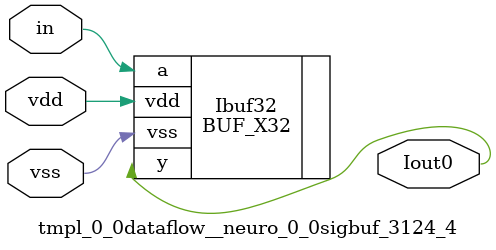
<source format=v>
module tmpl_0_0dataflow__neuro_0_0sigbuf_3124_4(in, Iout0 , vdd, vss); 
   input vdd;
   input vss;
   input in;
   

// -- signals ---
   wire in;
   output Iout0 ;

// --- instances
BUF_X32 Ibuf32  (.y(Iout0 ), .a(in), .vdd(vdd), .vss(vss));
endmodule
</source>
